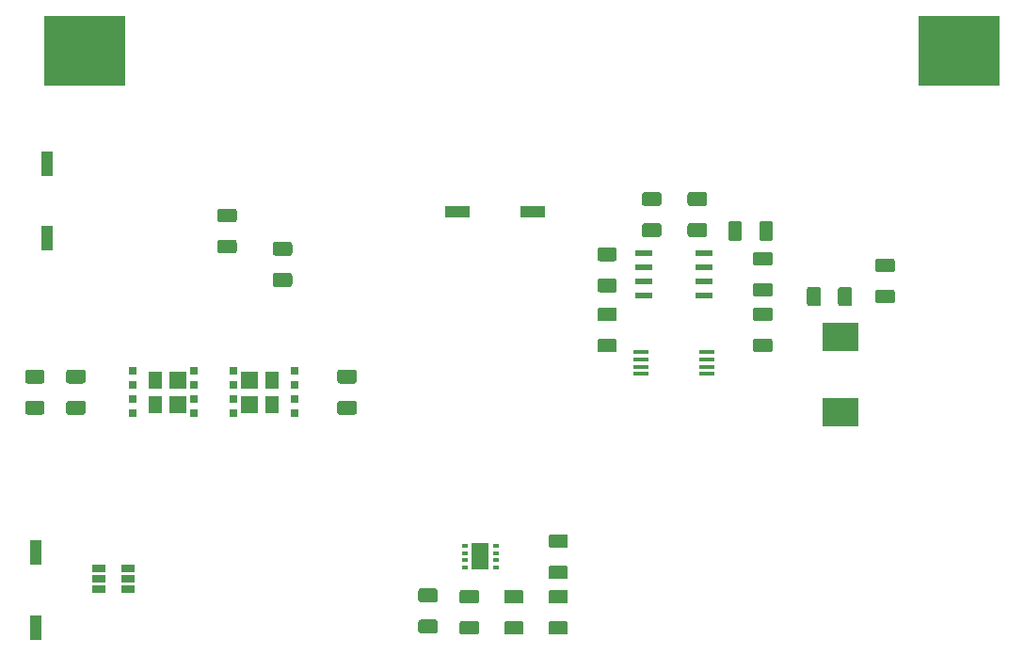
<source format=gbr>
G04 #@! TF.GenerationSoftware,KiCad,Pcbnew,(5.1.0)-1*
G04 #@! TF.CreationDate,2019-06-21T16:46:35-03:00*
G04 #@! TF.ProjectId,Main,4d61696e-2e6b-4696-9361-645f70636258,rev?*
G04 #@! TF.SameCoordinates,Original*
G04 #@! TF.FileFunction,Paste,Top*
G04 #@! TF.FilePolarity,Positive*
%FSLAX46Y46*%
G04 Gerber Fmt 4.6, Leading zero omitted, Abs format (unit mm)*
G04 Created by KiCad (PCBNEW (5.1.0)-1) date 2019-06-21 16:46:35*
%MOMM*%
%LPD*%
G04 APERTURE LIST*
%ADD10R,7.340000X6.350000*%
%ADD11C,0.100000*%
%ADD12C,1.250000*%
%ADD13R,3.300000X2.500000*%
%ADD14R,1.200000X1.550000*%
%ADD15R,1.600000X1.550000*%
%ADD16R,0.800000X0.700000*%
%ADD17R,1.450000X0.450000*%
%ADD18R,2.160000X1.120000*%
%ADD19R,1.120000X2.160000*%
%ADD20R,1.550000X0.600000*%
%ADD21R,1.220000X0.650000*%
%ADD22R,0.500000X0.350000*%
%ADD23R,1.650000X2.400000*%
G04 APERTURE END LIST*
D10*
X60970000Y-76900000D03*
X139630000Y-76900000D03*
D11*
G36*
X108649504Y-94576204D02*
G01*
X108673773Y-94579804D01*
X108697571Y-94585765D01*
X108720671Y-94594030D01*
X108742849Y-94604520D01*
X108763893Y-94617133D01*
X108783598Y-94631747D01*
X108801777Y-94648223D01*
X108818253Y-94666402D01*
X108832867Y-94686107D01*
X108845480Y-94707151D01*
X108855970Y-94729329D01*
X108864235Y-94752429D01*
X108870196Y-94776227D01*
X108873796Y-94800496D01*
X108875000Y-94825000D01*
X108875000Y-95575000D01*
X108873796Y-95599504D01*
X108870196Y-95623773D01*
X108864235Y-95647571D01*
X108855970Y-95670671D01*
X108845480Y-95692849D01*
X108832867Y-95713893D01*
X108818253Y-95733598D01*
X108801777Y-95751777D01*
X108783598Y-95768253D01*
X108763893Y-95782867D01*
X108742849Y-95795480D01*
X108720671Y-95805970D01*
X108697571Y-95814235D01*
X108673773Y-95820196D01*
X108649504Y-95823796D01*
X108625000Y-95825000D01*
X107375000Y-95825000D01*
X107350496Y-95823796D01*
X107326227Y-95820196D01*
X107302429Y-95814235D01*
X107279329Y-95805970D01*
X107257151Y-95795480D01*
X107236107Y-95782867D01*
X107216402Y-95768253D01*
X107198223Y-95751777D01*
X107181747Y-95733598D01*
X107167133Y-95713893D01*
X107154520Y-95692849D01*
X107144030Y-95670671D01*
X107135765Y-95647571D01*
X107129804Y-95623773D01*
X107126204Y-95599504D01*
X107125000Y-95575000D01*
X107125000Y-94825000D01*
X107126204Y-94800496D01*
X107129804Y-94776227D01*
X107135765Y-94752429D01*
X107144030Y-94729329D01*
X107154520Y-94707151D01*
X107167133Y-94686107D01*
X107181747Y-94666402D01*
X107198223Y-94648223D01*
X107216402Y-94631747D01*
X107236107Y-94617133D01*
X107257151Y-94604520D01*
X107279329Y-94594030D01*
X107302429Y-94585765D01*
X107326227Y-94579804D01*
X107350496Y-94576204D01*
X107375000Y-94575000D01*
X108625000Y-94575000D01*
X108649504Y-94576204D01*
X108649504Y-94576204D01*
G37*
D12*
X108000000Y-95200000D03*
D11*
G36*
X108649504Y-97376204D02*
G01*
X108673773Y-97379804D01*
X108697571Y-97385765D01*
X108720671Y-97394030D01*
X108742849Y-97404520D01*
X108763893Y-97417133D01*
X108783598Y-97431747D01*
X108801777Y-97448223D01*
X108818253Y-97466402D01*
X108832867Y-97486107D01*
X108845480Y-97507151D01*
X108855970Y-97529329D01*
X108864235Y-97552429D01*
X108870196Y-97576227D01*
X108873796Y-97600496D01*
X108875000Y-97625000D01*
X108875000Y-98375000D01*
X108873796Y-98399504D01*
X108870196Y-98423773D01*
X108864235Y-98447571D01*
X108855970Y-98470671D01*
X108845480Y-98492849D01*
X108832867Y-98513893D01*
X108818253Y-98533598D01*
X108801777Y-98551777D01*
X108783598Y-98568253D01*
X108763893Y-98582867D01*
X108742849Y-98595480D01*
X108720671Y-98605970D01*
X108697571Y-98614235D01*
X108673773Y-98620196D01*
X108649504Y-98623796D01*
X108625000Y-98625000D01*
X107375000Y-98625000D01*
X107350496Y-98623796D01*
X107326227Y-98620196D01*
X107302429Y-98614235D01*
X107279329Y-98605970D01*
X107257151Y-98595480D01*
X107236107Y-98582867D01*
X107216402Y-98568253D01*
X107198223Y-98551777D01*
X107181747Y-98533598D01*
X107167133Y-98513893D01*
X107154520Y-98492849D01*
X107144030Y-98470671D01*
X107135765Y-98447571D01*
X107129804Y-98423773D01*
X107126204Y-98399504D01*
X107125000Y-98375000D01*
X107125000Y-97625000D01*
X107126204Y-97600496D01*
X107129804Y-97576227D01*
X107135765Y-97552429D01*
X107144030Y-97529329D01*
X107154520Y-97507151D01*
X107167133Y-97486107D01*
X107181747Y-97466402D01*
X107198223Y-97448223D01*
X107216402Y-97431747D01*
X107236107Y-97417133D01*
X107257151Y-97404520D01*
X107279329Y-97394030D01*
X107302429Y-97385765D01*
X107326227Y-97379804D01*
X107350496Y-97376204D01*
X107375000Y-97375000D01*
X108625000Y-97375000D01*
X108649504Y-97376204D01*
X108649504Y-97376204D01*
G37*
D12*
X108000000Y-98000000D03*
D11*
G36*
X119899504Y-92226204D02*
G01*
X119923773Y-92229804D01*
X119947571Y-92235765D01*
X119970671Y-92244030D01*
X119992849Y-92254520D01*
X120013893Y-92267133D01*
X120033598Y-92281747D01*
X120051777Y-92298223D01*
X120068253Y-92316402D01*
X120082867Y-92336107D01*
X120095480Y-92357151D01*
X120105970Y-92379329D01*
X120114235Y-92402429D01*
X120120196Y-92426227D01*
X120123796Y-92450496D01*
X120125000Y-92475000D01*
X120125000Y-93725000D01*
X120123796Y-93749504D01*
X120120196Y-93773773D01*
X120114235Y-93797571D01*
X120105970Y-93820671D01*
X120095480Y-93842849D01*
X120082867Y-93863893D01*
X120068253Y-93883598D01*
X120051777Y-93901777D01*
X120033598Y-93918253D01*
X120013893Y-93932867D01*
X119992849Y-93945480D01*
X119970671Y-93955970D01*
X119947571Y-93964235D01*
X119923773Y-93970196D01*
X119899504Y-93973796D01*
X119875000Y-93975000D01*
X119125000Y-93975000D01*
X119100496Y-93973796D01*
X119076227Y-93970196D01*
X119052429Y-93964235D01*
X119029329Y-93955970D01*
X119007151Y-93945480D01*
X118986107Y-93932867D01*
X118966402Y-93918253D01*
X118948223Y-93901777D01*
X118931747Y-93883598D01*
X118917133Y-93863893D01*
X118904520Y-93842849D01*
X118894030Y-93820671D01*
X118885765Y-93797571D01*
X118879804Y-93773773D01*
X118876204Y-93749504D01*
X118875000Y-93725000D01*
X118875000Y-92475000D01*
X118876204Y-92450496D01*
X118879804Y-92426227D01*
X118885765Y-92402429D01*
X118894030Y-92379329D01*
X118904520Y-92357151D01*
X118917133Y-92336107D01*
X118931747Y-92316402D01*
X118948223Y-92298223D01*
X118966402Y-92281747D01*
X118986107Y-92267133D01*
X119007151Y-92254520D01*
X119029329Y-92244030D01*
X119052429Y-92235765D01*
X119076227Y-92229804D01*
X119100496Y-92226204D01*
X119125000Y-92225000D01*
X119875000Y-92225000D01*
X119899504Y-92226204D01*
X119899504Y-92226204D01*
G37*
D12*
X119500000Y-93100000D03*
D11*
G36*
X122699504Y-92226204D02*
G01*
X122723773Y-92229804D01*
X122747571Y-92235765D01*
X122770671Y-92244030D01*
X122792849Y-92254520D01*
X122813893Y-92267133D01*
X122833598Y-92281747D01*
X122851777Y-92298223D01*
X122868253Y-92316402D01*
X122882867Y-92336107D01*
X122895480Y-92357151D01*
X122905970Y-92379329D01*
X122914235Y-92402429D01*
X122920196Y-92426227D01*
X122923796Y-92450496D01*
X122925000Y-92475000D01*
X122925000Y-93725000D01*
X122923796Y-93749504D01*
X122920196Y-93773773D01*
X122914235Y-93797571D01*
X122905970Y-93820671D01*
X122895480Y-93842849D01*
X122882867Y-93863893D01*
X122868253Y-93883598D01*
X122851777Y-93901777D01*
X122833598Y-93918253D01*
X122813893Y-93932867D01*
X122792849Y-93945480D01*
X122770671Y-93955970D01*
X122747571Y-93964235D01*
X122723773Y-93970196D01*
X122699504Y-93973796D01*
X122675000Y-93975000D01*
X121925000Y-93975000D01*
X121900496Y-93973796D01*
X121876227Y-93970196D01*
X121852429Y-93964235D01*
X121829329Y-93955970D01*
X121807151Y-93945480D01*
X121786107Y-93932867D01*
X121766402Y-93918253D01*
X121748223Y-93901777D01*
X121731747Y-93883598D01*
X121717133Y-93863893D01*
X121704520Y-93842849D01*
X121694030Y-93820671D01*
X121685765Y-93797571D01*
X121679804Y-93773773D01*
X121676204Y-93749504D01*
X121675000Y-93725000D01*
X121675000Y-92475000D01*
X121676204Y-92450496D01*
X121679804Y-92426227D01*
X121685765Y-92402429D01*
X121694030Y-92379329D01*
X121704520Y-92357151D01*
X121717133Y-92336107D01*
X121731747Y-92316402D01*
X121748223Y-92298223D01*
X121766402Y-92281747D01*
X121786107Y-92267133D01*
X121807151Y-92254520D01*
X121829329Y-92244030D01*
X121852429Y-92235765D01*
X121876227Y-92229804D01*
X121900496Y-92226204D01*
X121925000Y-92225000D01*
X122675000Y-92225000D01*
X122699504Y-92226204D01*
X122699504Y-92226204D01*
G37*
D12*
X122300000Y-93100000D03*
D11*
G36*
X79449504Y-94076204D02*
G01*
X79473773Y-94079804D01*
X79497571Y-94085765D01*
X79520671Y-94094030D01*
X79542849Y-94104520D01*
X79563893Y-94117133D01*
X79583598Y-94131747D01*
X79601777Y-94148223D01*
X79618253Y-94166402D01*
X79632867Y-94186107D01*
X79645480Y-94207151D01*
X79655970Y-94229329D01*
X79664235Y-94252429D01*
X79670196Y-94276227D01*
X79673796Y-94300496D01*
X79675000Y-94325000D01*
X79675000Y-95075000D01*
X79673796Y-95099504D01*
X79670196Y-95123773D01*
X79664235Y-95147571D01*
X79655970Y-95170671D01*
X79645480Y-95192849D01*
X79632867Y-95213893D01*
X79618253Y-95233598D01*
X79601777Y-95251777D01*
X79583598Y-95268253D01*
X79563893Y-95282867D01*
X79542849Y-95295480D01*
X79520671Y-95305970D01*
X79497571Y-95314235D01*
X79473773Y-95320196D01*
X79449504Y-95323796D01*
X79425000Y-95325000D01*
X78175000Y-95325000D01*
X78150496Y-95323796D01*
X78126227Y-95320196D01*
X78102429Y-95314235D01*
X78079329Y-95305970D01*
X78057151Y-95295480D01*
X78036107Y-95282867D01*
X78016402Y-95268253D01*
X77998223Y-95251777D01*
X77981747Y-95233598D01*
X77967133Y-95213893D01*
X77954520Y-95192849D01*
X77944030Y-95170671D01*
X77935765Y-95147571D01*
X77929804Y-95123773D01*
X77926204Y-95099504D01*
X77925000Y-95075000D01*
X77925000Y-94325000D01*
X77926204Y-94300496D01*
X77929804Y-94276227D01*
X77935765Y-94252429D01*
X77944030Y-94229329D01*
X77954520Y-94207151D01*
X77967133Y-94186107D01*
X77981747Y-94166402D01*
X77998223Y-94148223D01*
X78016402Y-94131747D01*
X78036107Y-94117133D01*
X78057151Y-94104520D01*
X78079329Y-94094030D01*
X78102429Y-94085765D01*
X78126227Y-94079804D01*
X78150496Y-94076204D01*
X78175000Y-94075000D01*
X79425000Y-94075000D01*
X79449504Y-94076204D01*
X79449504Y-94076204D01*
G37*
D12*
X78800000Y-94700000D03*
D11*
G36*
X79449504Y-96876204D02*
G01*
X79473773Y-96879804D01*
X79497571Y-96885765D01*
X79520671Y-96894030D01*
X79542849Y-96904520D01*
X79563893Y-96917133D01*
X79583598Y-96931747D01*
X79601777Y-96948223D01*
X79618253Y-96966402D01*
X79632867Y-96986107D01*
X79645480Y-97007151D01*
X79655970Y-97029329D01*
X79664235Y-97052429D01*
X79670196Y-97076227D01*
X79673796Y-97100496D01*
X79675000Y-97125000D01*
X79675000Y-97875000D01*
X79673796Y-97899504D01*
X79670196Y-97923773D01*
X79664235Y-97947571D01*
X79655970Y-97970671D01*
X79645480Y-97992849D01*
X79632867Y-98013893D01*
X79618253Y-98033598D01*
X79601777Y-98051777D01*
X79583598Y-98068253D01*
X79563893Y-98082867D01*
X79542849Y-98095480D01*
X79520671Y-98105970D01*
X79497571Y-98114235D01*
X79473773Y-98120196D01*
X79449504Y-98123796D01*
X79425000Y-98125000D01*
X78175000Y-98125000D01*
X78150496Y-98123796D01*
X78126227Y-98120196D01*
X78102429Y-98114235D01*
X78079329Y-98105970D01*
X78057151Y-98095480D01*
X78036107Y-98082867D01*
X78016402Y-98068253D01*
X77998223Y-98051777D01*
X77981747Y-98033598D01*
X77967133Y-98013893D01*
X77954520Y-97992849D01*
X77944030Y-97970671D01*
X77935765Y-97947571D01*
X77929804Y-97923773D01*
X77926204Y-97899504D01*
X77925000Y-97875000D01*
X77925000Y-97125000D01*
X77926204Y-97100496D01*
X77929804Y-97076227D01*
X77935765Y-97052429D01*
X77944030Y-97029329D01*
X77954520Y-97007151D01*
X77967133Y-96986107D01*
X77981747Y-96966402D01*
X77998223Y-96948223D01*
X78016402Y-96931747D01*
X78036107Y-96917133D01*
X78057151Y-96904520D01*
X78079329Y-96894030D01*
X78102429Y-96885765D01*
X78126227Y-96879804D01*
X78150496Y-96876204D01*
X78175000Y-96875000D01*
X79425000Y-96875000D01*
X79449504Y-96876204D01*
X79449504Y-96876204D01*
G37*
D12*
X78800000Y-97500000D03*
D11*
G36*
X116754505Y-92399205D02*
G01*
X116778774Y-92402805D01*
X116802572Y-92408766D01*
X116825672Y-92417031D01*
X116847850Y-92427521D01*
X116868894Y-92440134D01*
X116888599Y-92454748D01*
X116906778Y-92471224D01*
X116923254Y-92489403D01*
X116937868Y-92509108D01*
X116950481Y-92530152D01*
X116960971Y-92552330D01*
X116969236Y-92575430D01*
X116975197Y-92599228D01*
X116978797Y-92623497D01*
X116980001Y-92648001D01*
X116980001Y-93398001D01*
X116978797Y-93422505D01*
X116975197Y-93446774D01*
X116969236Y-93470572D01*
X116960971Y-93493672D01*
X116950481Y-93515850D01*
X116937868Y-93536894D01*
X116923254Y-93556599D01*
X116906778Y-93574778D01*
X116888599Y-93591254D01*
X116868894Y-93605868D01*
X116847850Y-93618481D01*
X116825672Y-93628971D01*
X116802572Y-93637236D01*
X116778774Y-93643197D01*
X116754505Y-93646797D01*
X116730001Y-93648001D01*
X115480001Y-93648001D01*
X115455497Y-93646797D01*
X115431228Y-93643197D01*
X115407430Y-93637236D01*
X115384330Y-93628971D01*
X115362152Y-93618481D01*
X115341108Y-93605868D01*
X115321403Y-93591254D01*
X115303224Y-93574778D01*
X115286748Y-93556599D01*
X115272134Y-93536894D01*
X115259521Y-93515850D01*
X115249031Y-93493672D01*
X115240766Y-93470572D01*
X115234805Y-93446774D01*
X115231205Y-93422505D01*
X115230001Y-93398001D01*
X115230001Y-92648001D01*
X115231205Y-92623497D01*
X115234805Y-92599228D01*
X115240766Y-92575430D01*
X115249031Y-92552330D01*
X115259521Y-92530152D01*
X115272134Y-92509108D01*
X115286748Y-92489403D01*
X115303224Y-92471224D01*
X115321403Y-92454748D01*
X115341108Y-92440134D01*
X115362152Y-92427521D01*
X115384330Y-92417031D01*
X115407430Y-92408766D01*
X115431228Y-92402805D01*
X115455497Y-92399205D01*
X115480001Y-92398001D01*
X116730001Y-92398001D01*
X116754505Y-92399205D01*
X116754505Y-92399205D01*
G37*
D12*
X116105001Y-93023001D03*
D11*
G36*
X116754505Y-89599205D02*
G01*
X116778774Y-89602805D01*
X116802572Y-89608766D01*
X116825672Y-89617031D01*
X116847850Y-89627521D01*
X116868894Y-89640134D01*
X116888599Y-89654748D01*
X116906778Y-89671224D01*
X116923254Y-89689403D01*
X116937868Y-89709108D01*
X116950481Y-89730152D01*
X116960971Y-89752330D01*
X116969236Y-89775430D01*
X116975197Y-89799228D01*
X116978797Y-89823497D01*
X116980001Y-89848001D01*
X116980001Y-90598001D01*
X116978797Y-90622505D01*
X116975197Y-90646774D01*
X116969236Y-90670572D01*
X116960971Y-90693672D01*
X116950481Y-90715850D01*
X116937868Y-90736894D01*
X116923254Y-90756599D01*
X116906778Y-90774778D01*
X116888599Y-90791254D01*
X116868894Y-90805868D01*
X116847850Y-90818481D01*
X116825672Y-90828971D01*
X116802572Y-90837236D01*
X116778774Y-90843197D01*
X116754505Y-90846797D01*
X116730001Y-90848001D01*
X115480001Y-90848001D01*
X115455497Y-90846797D01*
X115431228Y-90843197D01*
X115407430Y-90837236D01*
X115384330Y-90828971D01*
X115362152Y-90818481D01*
X115341108Y-90805868D01*
X115321403Y-90791254D01*
X115303224Y-90774778D01*
X115286748Y-90756599D01*
X115272134Y-90736894D01*
X115259521Y-90715850D01*
X115249031Y-90693672D01*
X115240766Y-90670572D01*
X115234805Y-90646774D01*
X115231205Y-90622505D01*
X115230001Y-90598001D01*
X115230001Y-89848001D01*
X115231205Y-89823497D01*
X115234805Y-89799228D01*
X115240766Y-89775430D01*
X115249031Y-89752330D01*
X115259521Y-89730152D01*
X115272134Y-89709108D01*
X115286748Y-89689403D01*
X115303224Y-89671224D01*
X115321403Y-89654748D01*
X115341108Y-89640134D01*
X115362152Y-89627521D01*
X115384330Y-89617031D01*
X115407430Y-89608766D01*
X115431228Y-89602805D01*
X115455497Y-89599205D01*
X115480001Y-89598001D01*
X116730001Y-89598001D01*
X116754505Y-89599205D01*
X116754505Y-89599205D01*
G37*
D12*
X116105001Y-90223001D03*
D11*
G36*
X112649504Y-89599205D02*
G01*
X112673773Y-89602805D01*
X112697571Y-89608766D01*
X112720671Y-89617031D01*
X112742849Y-89627521D01*
X112763893Y-89640134D01*
X112783598Y-89654748D01*
X112801777Y-89671224D01*
X112818253Y-89689403D01*
X112832867Y-89709108D01*
X112845480Y-89730152D01*
X112855970Y-89752330D01*
X112864235Y-89775430D01*
X112870196Y-89799228D01*
X112873796Y-89823497D01*
X112875000Y-89848001D01*
X112875000Y-90598001D01*
X112873796Y-90622505D01*
X112870196Y-90646774D01*
X112864235Y-90670572D01*
X112855970Y-90693672D01*
X112845480Y-90715850D01*
X112832867Y-90736894D01*
X112818253Y-90756599D01*
X112801777Y-90774778D01*
X112783598Y-90791254D01*
X112763893Y-90805868D01*
X112742849Y-90818481D01*
X112720671Y-90828971D01*
X112697571Y-90837236D01*
X112673773Y-90843197D01*
X112649504Y-90846797D01*
X112625000Y-90848001D01*
X111375000Y-90848001D01*
X111350496Y-90846797D01*
X111326227Y-90843197D01*
X111302429Y-90837236D01*
X111279329Y-90828971D01*
X111257151Y-90818481D01*
X111236107Y-90805868D01*
X111216402Y-90791254D01*
X111198223Y-90774778D01*
X111181747Y-90756599D01*
X111167133Y-90736894D01*
X111154520Y-90715850D01*
X111144030Y-90693672D01*
X111135765Y-90670572D01*
X111129804Y-90646774D01*
X111126204Y-90622505D01*
X111125000Y-90598001D01*
X111125000Y-89848001D01*
X111126204Y-89823497D01*
X111129804Y-89799228D01*
X111135765Y-89775430D01*
X111144030Y-89752330D01*
X111154520Y-89730152D01*
X111167133Y-89709108D01*
X111181747Y-89689403D01*
X111198223Y-89671224D01*
X111216402Y-89654748D01*
X111236107Y-89640134D01*
X111257151Y-89627521D01*
X111279329Y-89617031D01*
X111302429Y-89608766D01*
X111326227Y-89602805D01*
X111350496Y-89599205D01*
X111375000Y-89598001D01*
X112625000Y-89598001D01*
X112649504Y-89599205D01*
X112649504Y-89599205D01*
G37*
D12*
X112000000Y-90223001D03*
D11*
G36*
X112649504Y-92399205D02*
G01*
X112673773Y-92402805D01*
X112697571Y-92408766D01*
X112720671Y-92417031D01*
X112742849Y-92427521D01*
X112763893Y-92440134D01*
X112783598Y-92454748D01*
X112801777Y-92471224D01*
X112818253Y-92489403D01*
X112832867Y-92509108D01*
X112845480Y-92530152D01*
X112855970Y-92552330D01*
X112864235Y-92575430D01*
X112870196Y-92599228D01*
X112873796Y-92623497D01*
X112875000Y-92648001D01*
X112875000Y-93398001D01*
X112873796Y-93422505D01*
X112870196Y-93446774D01*
X112864235Y-93470572D01*
X112855970Y-93493672D01*
X112845480Y-93515850D01*
X112832867Y-93536894D01*
X112818253Y-93556599D01*
X112801777Y-93574778D01*
X112783598Y-93591254D01*
X112763893Y-93605868D01*
X112742849Y-93618481D01*
X112720671Y-93628971D01*
X112697571Y-93637236D01*
X112673773Y-93643197D01*
X112649504Y-93646797D01*
X112625000Y-93648001D01*
X111375000Y-93648001D01*
X111350496Y-93646797D01*
X111326227Y-93643197D01*
X111302429Y-93637236D01*
X111279329Y-93628971D01*
X111257151Y-93618481D01*
X111236107Y-93605868D01*
X111216402Y-93591254D01*
X111198223Y-93574778D01*
X111181747Y-93556599D01*
X111167133Y-93536894D01*
X111154520Y-93515850D01*
X111144030Y-93493672D01*
X111135765Y-93470572D01*
X111129804Y-93446774D01*
X111126204Y-93422505D01*
X111125000Y-93398001D01*
X111125000Y-92648001D01*
X111126204Y-92623497D01*
X111129804Y-92599228D01*
X111135765Y-92575430D01*
X111144030Y-92552330D01*
X111154520Y-92530152D01*
X111167133Y-92509108D01*
X111181747Y-92489403D01*
X111198223Y-92471224D01*
X111216402Y-92454748D01*
X111236107Y-92440134D01*
X111257151Y-92427521D01*
X111279329Y-92417031D01*
X111302429Y-92408766D01*
X111326227Y-92402805D01*
X111350496Y-92399205D01*
X111375000Y-92398001D01*
X112625000Y-92398001D01*
X112649504Y-92399205D01*
X112649504Y-92399205D01*
G37*
D12*
X112000000Y-93023001D03*
D11*
G36*
X92536503Y-125261205D02*
G01*
X92560772Y-125264805D01*
X92584570Y-125270766D01*
X92607670Y-125279031D01*
X92629848Y-125289521D01*
X92650892Y-125302134D01*
X92670597Y-125316748D01*
X92688776Y-125333224D01*
X92705252Y-125351403D01*
X92719866Y-125371108D01*
X92732479Y-125392152D01*
X92742969Y-125414330D01*
X92751234Y-125437430D01*
X92757195Y-125461228D01*
X92760795Y-125485497D01*
X92761999Y-125510001D01*
X92761999Y-126260001D01*
X92760795Y-126284505D01*
X92757195Y-126308774D01*
X92751234Y-126332572D01*
X92742969Y-126355672D01*
X92732479Y-126377850D01*
X92719866Y-126398894D01*
X92705252Y-126418599D01*
X92688776Y-126436778D01*
X92670597Y-126453254D01*
X92650892Y-126467868D01*
X92629848Y-126480481D01*
X92607670Y-126490971D01*
X92584570Y-126499236D01*
X92560772Y-126505197D01*
X92536503Y-126508797D01*
X92511999Y-126510001D01*
X91261999Y-126510001D01*
X91237495Y-126508797D01*
X91213226Y-126505197D01*
X91189428Y-126499236D01*
X91166328Y-126490971D01*
X91144150Y-126480481D01*
X91123106Y-126467868D01*
X91103401Y-126453254D01*
X91085222Y-126436778D01*
X91068746Y-126418599D01*
X91054132Y-126398894D01*
X91041519Y-126377850D01*
X91031029Y-126355672D01*
X91022764Y-126332572D01*
X91016803Y-126308774D01*
X91013203Y-126284505D01*
X91011999Y-126260001D01*
X91011999Y-125510001D01*
X91013203Y-125485497D01*
X91016803Y-125461228D01*
X91022764Y-125437430D01*
X91031029Y-125414330D01*
X91041519Y-125392152D01*
X91054132Y-125371108D01*
X91068746Y-125351403D01*
X91085222Y-125333224D01*
X91103401Y-125316748D01*
X91123106Y-125302134D01*
X91144150Y-125289521D01*
X91166328Y-125279031D01*
X91189428Y-125270766D01*
X91213226Y-125264805D01*
X91237495Y-125261205D01*
X91261999Y-125260001D01*
X92511999Y-125260001D01*
X92536503Y-125261205D01*
X92536503Y-125261205D01*
G37*
D12*
X91886999Y-125885001D03*
D11*
G36*
X92536503Y-128061205D02*
G01*
X92560772Y-128064805D01*
X92584570Y-128070766D01*
X92607670Y-128079031D01*
X92629848Y-128089521D01*
X92650892Y-128102134D01*
X92670597Y-128116748D01*
X92688776Y-128133224D01*
X92705252Y-128151403D01*
X92719866Y-128171108D01*
X92732479Y-128192152D01*
X92742969Y-128214330D01*
X92751234Y-128237430D01*
X92757195Y-128261228D01*
X92760795Y-128285497D01*
X92761999Y-128310001D01*
X92761999Y-129060001D01*
X92760795Y-129084505D01*
X92757195Y-129108774D01*
X92751234Y-129132572D01*
X92742969Y-129155672D01*
X92732479Y-129177850D01*
X92719866Y-129198894D01*
X92705252Y-129218599D01*
X92688776Y-129236778D01*
X92670597Y-129253254D01*
X92650892Y-129267868D01*
X92629848Y-129280481D01*
X92607670Y-129290971D01*
X92584570Y-129299236D01*
X92560772Y-129305197D01*
X92536503Y-129308797D01*
X92511999Y-129310001D01*
X91261999Y-129310001D01*
X91237495Y-129308797D01*
X91213226Y-129305197D01*
X91189428Y-129299236D01*
X91166328Y-129290971D01*
X91144150Y-129280481D01*
X91123106Y-129267868D01*
X91103401Y-129253254D01*
X91085222Y-129236778D01*
X91068746Y-129218599D01*
X91054132Y-129198894D01*
X91041519Y-129177850D01*
X91031029Y-129155672D01*
X91022764Y-129132572D01*
X91016803Y-129108774D01*
X91013203Y-129084505D01*
X91011999Y-129060001D01*
X91011999Y-128310001D01*
X91013203Y-128285497D01*
X91016803Y-128261228D01*
X91022764Y-128237430D01*
X91031029Y-128214330D01*
X91041519Y-128192152D01*
X91054132Y-128171108D01*
X91068746Y-128151403D01*
X91085222Y-128133224D01*
X91103401Y-128116748D01*
X91123106Y-128102134D01*
X91144150Y-128089521D01*
X91166328Y-128079031D01*
X91189428Y-128070766D01*
X91213226Y-128064805D01*
X91237495Y-128061205D01*
X91261999Y-128060001D01*
X92511999Y-128060001D01*
X92536503Y-128061205D01*
X92536503Y-128061205D01*
G37*
D12*
X91886999Y-128685001D03*
D11*
G36*
X100249504Y-128176204D02*
G01*
X100273773Y-128179804D01*
X100297571Y-128185765D01*
X100320671Y-128194030D01*
X100342849Y-128204520D01*
X100363893Y-128217133D01*
X100383598Y-128231747D01*
X100401777Y-128248223D01*
X100418253Y-128266402D01*
X100432867Y-128286107D01*
X100445480Y-128307151D01*
X100455970Y-128329329D01*
X100464235Y-128352429D01*
X100470196Y-128376227D01*
X100473796Y-128400496D01*
X100475000Y-128425000D01*
X100475000Y-129175000D01*
X100473796Y-129199504D01*
X100470196Y-129223773D01*
X100464235Y-129247571D01*
X100455970Y-129270671D01*
X100445480Y-129292849D01*
X100432867Y-129313893D01*
X100418253Y-129333598D01*
X100401777Y-129351777D01*
X100383598Y-129368253D01*
X100363893Y-129382867D01*
X100342849Y-129395480D01*
X100320671Y-129405970D01*
X100297571Y-129414235D01*
X100273773Y-129420196D01*
X100249504Y-129423796D01*
X100225000Y-129425000D01*
X98975000Y-129425000D01*
X98950496Y-129423796D01*
X98926227Y-129420196D01*
X98902429Y-129414235D01*
X98879329Y-129405970D01*
X98857151Y-129395480D01*
X98836107Y-129382867D01*
X98816402Y-129368253D01*
X98798223Y-129351777D01*
X98781747Y-129333598D01*
X98767133Y-129313893D01*
X98754520Y-129292849D01*
X98744030Y-129270671D01*
X98735765Y-129247571D01*
X98729804Y-129223773D01*
X98726204Y-129199504D01*
X98725000Y-129175000D01*
X98725000Y-128425000D01*
X98726204Y-128400496D01*
X98729804Y-128376227D01*
X98735765Y-128352429D01*
X98744030Y-128329329D01*
X98754520Y-128307151D01*
X98767133Y-128286107D01*
X98781747Y-128266402D01*
X98798223Y-128248223D01*
X98816402Y-128231747D01*
X98836107Y-128217133D01*
X98857151Y-128204520D01*
X98879329Y-128194030D01*
X98902429Y-128185765D01*
X98926227Y-128179804D01*
X98950496Y-128176204D01*
X98975000Y-128175000D01*
X100225000Y-128175000D01*
X100249504Y-128176204D01*
X100249504Y-128176204D01*
G37*
D12*
X99600000Y-128800000D03*
D11*
G36*
X100249504Y-125376204D02*
G01*
X100273773Y-125379804D01*
X100297571Y-125385765D01*
X100320671Y-125394030D01*
X100342849Y-125404520D01*
X100363893Y-125417133D01*
X100383598Y-125431747D01*
X100401777Y-125448223D01*
X100418253Y-125466402D01*
X100432867Y-125486107D01*
X100445480Y-125507151D01*
X100455970Y-125529329D01*
X100464235Y-125552429D01*
X100470196Y-125576227D01*
X100473796Y-125600496D01*
X100475000Y-125625000D01*
X100475000Y-126375000D01*
X100473796Y-126399504D01*
X100470196Y-126423773D01*
X100464235Y-126447571D01*
X100455970Y-126470671D01*
X100445480Y-126492849D01*
X100432867Y-126513893D01*
X100418253Y-126533598D01*
X100401777Y-126551777D01*
X100383598Y-126568253D01*
X100363893Y-126582867D01*
X100342849Y-126595480D01*
X100320671Y-126605970D01*
X100297571Y-126614235D01*
X100273773Y-126620196D01*
X100249504Y-126623796D01*
X100225000Y-126625000D01*
X98975000Y-126625000D01*
X98950496Y-126623796D01*
X98926227Y-126620196D01*
X98902429Y-126614235D01*
X98879329Y-126605970D01*
X98857151Y-126595480D01*
X98836107Y-126582867D01*
X98816402Y-126568253D01*
X98798223Y-126551777D01*
X98781747Y-126533598D01*
X98767133Y-126513893D01*
X98754520Y-126492849D01*
X98744030Y-126470671D01*
X98735765Y-126447571D01*
X98729804Y-126423773D01*
X98726204Y-126399504D01*
X98725000Y-126375000D01*
X98725000Y-125625000D01*
X98726204Y-125600496D01*
X98729804Y-125576227D01*
X98735765Y-125552429D01*
X98744030Y-125529329D01*
X98754520Y-125507151D01*
X98767133Y-125486107D01*
X98781747Y-125466402D01*
X98798223Y-125448223D01*
X98816402Y-125431747D01*
X98836107Y-125417133D01*
X98857151Y-125404520D01*
X98879329Y-125394030D01*
X98902429Y-125385765D01*
X98926227Y-125379804D01*
X98950496Y-125376204D01*
X98975000Y-125375000D01*
X100225000Y-125375000D01*
X100249504Y-125376204D01*
X100249504Y-125376204D01*
G37*
D12*
X99600000Y-126000000D03*
D11*
G36*
X129799504Y-98126204D02*
G01*
X129823773Y-98129804D01*
X129847571Y-98135765D01*
X129870671Y-98144030D01*
X129892849Y-98154520D01*
X129913893Y-98167133D01*
X129933598Y-98181747D01*
X129951777Y-98198223D01*
X129968253Y-98216402D01*
X129982867Y-98236107D01*
X129995480Y-98257151D01*
X130005970Y-98279329D01*
X130014235Y-98302429D01*
X130020196Y-98326227D01*
X130023796Y-98350496D01*
X130025000Y-98375000D01*
X130025000Y-99625000D01*
X130023796Y-99649504D01*
X130020196Y-99673773D01*
X130014235Y-99697571D01*
X130005970Y-99720671D01*
X129995480Y-99742849D01*
X129982867Y-99763893D01*
X129968253Y-99783598D01*
X129951777Y-99801777D01*
X129933598Y-99818253D01*
X129913893Y-99832867D01*
X129892849Y-99845480D01*
X129870671Y-99855970D01*
X129847571Y-99864235D01*
X129823773Y-99870196D01*
X129799504Y-99873796D01*
X129775000Y-99875000D01*
X129025000Y-99875000D01*
X129000496Y-99873796D01*
X128976227Y-99870196D01*
X128952429Y-99864235D01*
X128929329Y-99855970D01*
X128907151Y-99845480D01*
X128886107Y-99832867D01*
X128866402Y-99818253D01*
X128848223Y-99801777D01*
X128831747Y-99783598D01*
X128817133Y-99763893D01*
X128804520Y-99742849D01*
X128794030Y-99720671D01*
X128785765Y-99697571D01*
X128779804Y-99673773D01*
X128776204Y-99649504D01*
X128775000Y-99625000D01*
X128775000Y-98375000D01*
X128776204Y-98350496D01*
X128779804Y-98326227D01*
X128785765Y-98302429D01*
X128794030Y-98279329D01*
X128804520Y-98257151D01*
X128817133Y-98236107D01*
X128831747Y-98216402D01*
X128848223Y-98198223D01*
X128866402Y-98181747D01*
X128886107Y-98167133D01*
X128907151Y-98154520D01*
X128929329Y-98144030D01*
X128952429Y-98135765D01*
X128976227Y-98129804D01*
X129000496Y-98126204D01*
X129025000Y-98125000D01*
X129775000Y-98125000D01*
X129799504Y-98126204D01*
X129799504Y-98126204D01*
G37*
D12*
X129400000Y-99000000D03*
D11*
G36*
X126999504Y-98126204D02*
G01*
X127023773Y-98129804D01*
X127047571Y-98135765D01*
X127070671Y-98144030D01*
X127092849Y-98154520D01*
X127113893Y-98167133D01*
X127133598Y-98181747D01*
X127151777Y-98198223D01*
X127168253Y-98216402D01*
X127182867Y-98236107D01*
X127195480Y-98257151D01*
X127205970Y-98279329D01*
X127214235Y-98302429D01*
X127220196Y-98326227D01*
X127223796Y-98350496D01*
X127225000Y-98375000D01*
X127225000Y-99625000D01*
X127223796Y-99649504D01*
X127220196Y-99673773D01*
X127214235Y-99697571D01*
X127205970Y-99720671D01*
X127195480Y-99742849D01*
X127182867Y-99763893D01*
X127168253Y-99783598D01*
X127151777Y-99801777D01*
X127133598Y-99818253D01*
X127113893Y-99832867D01*
X127092849Y-99845480D01*
X127070671Y-99855970D01*
X127047571Y-99864235D01*
X127023773Y-99870196D01*
X126999504Y-99873796D01*
X126975000Y-99875000D01*
X126225000Y-99875000D01*
X126200496Y-99873796D01*
X126176227Y-99870196D01*
X126152429Y-99864235D01*
X126129329Y-99855970D01*
X126107151Y-99845480D01*
X126086107Y-99832867D01*
X126066402Y-99818253D01*
X126048223Y-99801777D01*
X126031747Y-99783598D01*
X126017133Y-99763893D01*
X126004520Y-99742849D01*
X125994030Y-99720671D01*
X125985765Y-99697571D01*
X125979804Y-99673773D01*
X125976204Y-99649504D01*
X125975000Y-99625000D01*
X125975000Y-98375000D01*
X125976204Y-98350496D01*
X125979804Y-98326227D01*
X125985765Y-98302429D01*
X125994030Y-98279329D01*
X126004520Y-98257151D01*
X126017133Y-98236107D01*
X126031747Y-98216402D01*
X126048223Y-98198223D01*
X126066402Y-98181747D01*
X126086107Y-98167133D01*
X126107151Y-98154520D01*
X126129329Y-98144030D01*
X126152429Y-98135765D01*
X126176227Y-98129804D01*
X126200496Y-98126204D01*
X126225000Y-98125000D01*
X126975000Y-98125000D01*
X126999504Y-98126204D01*
X126999504Y-98126204D01*
G37*
D12*
X126600000Y-99000000D03*
D13*
X129000000Y-102600000D03*
X129000000Y-109400000D03*
D11*
G36*
X104249504Y-128176204D02*
G01*
X104273773Y-128179804D01*
X104297571Y-128185765D01*
X104320671Y-128194030D01*
X104342849Y-128204520D01*
X104363893Y-128217133D01*
X104383598Y-128231747D01*
X104401777Y-128248223D01*
X104418253Y-128266402D01*
X104432867Y-128286107D01*
X104445480Y-128307151D01*
X104455970Y-128329329D01*
X104464235Y-128352429D01*
X104470196Y-128376227D01*
X104473796Y-128400496D01*
X104475000Y-128425000D01*
X104475000Y-129175000D01*
X104473796Y-129199504D01*
X104470196Y-129223773D01*
X104464235Y-129247571D01*
X104455970Y-129270671D01*
X104445480Y-129292849D01*
X104432867Y-129313893D01*
X104418253Y-129333598D01*
X104401777Y-129351777D01*
X104383598Y-129368253D01*
X104363893Y-129382867D01*
X104342849Y-129395480D01*
X104320671Y-129405970D01*
X104297571Y-129414235D01*
X104273773Y-129420196D01*
X104249504Y-129423796D01*
X104225000Y-129425000D01*
X102975000Y-129425000D01*
X102950496Y-129423796D01*
X102926227Y-129420196D01*
X102902429Y-129414235D01*
X102879329Y-129405970D01*
X102857151Y-129395480D01*
X102836107Y-129382867D01*
X102816402Y-129368253D01*
X102798223Y-129351777D01*
X102781747Y-129333598D01*
X102767133Y-129313893D01*
X102754520Y-129292849D01*
X102744030Y-129270671D01*
X102735765Y-129247571D01*
X102729804Y-129223773D01*
X102726204Y-129199504D01*
X102725000Y-129175000D01*
X102725000Y-128425000D01*
X102726204Y-128400496D01*
X102729804Y-128376227D01*
X102735765Y-128352429D01*
X102744030Y-128329329D01*
X102754520Y-128307151D01*
X102767133Y-128286107D01*
X102781747Y-128266402D01*
X102798223Y-128248223D01*
X102816402Y-128231747D01*
X102836107Y-128217133D01*
X102857151Y-128204520D01*
X102879329Y-128194030D01*
X102902429Y-128185765D01*
X102926227Y-128179804D01*
X102950496Y-128176204D01*
X102975000Y-128175000D01*
X104225000Y-128175000D01*
X104249504Y-128176204D01*
X104249504Y-128176204D01*
G37*
D12*
X103600000Y-128800000D03*
D11*
G36*
X104249504Y-125376204D02*
G01*
X104273773Y-125379804D01*
X104297571Y-125385765D01*
X104320671Y-125394030D01*
X104342849Y-125404520D01*
X104363893Y-125417133D01*
X104383598Y-125431747D01*
X104401777Y-125448223D01*
X104418253Y-125466402D01*
X104432867Y-125486107D01*
X104445480Y-125507151D01*
X104455970Y-125529329D01*
X104464235Y-125552429D01*
X104470196Y-125576227D01*
X104473796Y-125600496D01*
X104475000Y-125625000D01*
X104475000Y-126375000D01*
X104473796Y-126399504D01*
X104470196Y-126423773D01*
X104464235Y-126447571D01*
X104455970Y-126470671D01*
X104445480Y-126492849D01*
X104432867Y-126513893D01*
X104418253Y-126533598D01*
X104401777Y-126551777D01*
X104383598Y-126568253D01*
X104363893Y-126582867D01*
X104342849Y-126595480D01*
X104320671Y-126605970D01*
X104297571Y-126614235D01*
X104273773Y-126620196D01*
X104249504Y-126623796D01*
X104225000Y-126625000D01*
X102975000Y-126625000D01*
X102950496Y-126623796D01*
X102926227Y-126620196D01*
X102902429Y-126614235D01*
X102879329Y-126605970D01*
X102857151Y-126595480D01*
X102836107Y-126582867D01*
X102816402Y-126568253D01*
X102798223Y-126551777D01*
X102781747Y-126533598D01*
X102767133Y-126513893D01*
X102754520Y-126492849D01*
X102744030Y-126470671D01*
X102735765Y-126447571D01*
X102729804Y-126423773D01*
X102726204Y-126399504D01*
X102725000Y-126375000D01*
X102725000Y-125625000D01*
X102726204Y-125600496D01*
X102729804Y-125576227D01*
X102735765Y-125552429D01*
X102744030Y-125529329D01*
X102754520Y-125507151D01*
X102767133Y-125486107D01*
X102781747Y-125466402D01*
X102798223Y-125448223D01*
X102816402Y-125431747D01*
X102836107Y-125417133D01*
X102857151Y-125404520D01*
X102879329Y-125394030D01*
X102902429Y-125385765D01*
X102926227Y-125379804D01*
X102950496Y-125376204D01*
X102975000Y-125375000D01*
X104225000Y-125375000D01*
X104249504Y-125376204D01*
X104249504Y-125376204D01*
G37*
D12*
X103600000Y-126000000D03*
D11*
G36*
X122649504Y-102776204D02*
G01*
X122673773Y-102779804D01*
X122697571Y-102785765D01*
X122720671Y-102794030D01*
X122742849Y-102804520D01*
X122763893Y-102817133D01*
X122783598Y-102831747D01*
X122801777Y-102848223D01*
X122818253Y-102866402D01*
X122832867Y-102886107D01*
X122845480Y-102907151D01*
X122855970Y-102929329D01*
X122864235Y-102952429D01*
X122870196Y-102976227D01*
X122873796Y-103000496D01*
X122875000Y-103025000D01*
X122875000Y-103775000D01*
X122873796Y-103799504D01*
X122870196Y-103823773D01*
X122864235Y-103847571D01*
X122855970Y-103870671D01*
X122845480Y-103892849D01*
X122832867Y-103913893D01*
X122818253Y-103933598D01*
X122801777Y-103951777D01*
X122783598Y-103968253D01*
X122763893Y-103982867D01*
X122742849Y-103995480D01*
X122720671Y-104005970D01*
X122697571Y-104014235D01*
X122673773Y-104020196D01*
X122649504Y-104023796D01*
X122625000Y-104025000D01*
X121375000Y-104025000D01*
X121350496Y-104023796D01*
X121326227Y-104020196D01*
X121302429Y-104014235D01*
X121279329Y-104005970D01*
X121257151Y-103995480D01*
X121236107Y-103982867D01*
X121216402Y-103968253D01*
X121198223Y-103951777D01*
X121181747Y-103933598D01*
X121167133Y-103913893D01*
X121154520Y-103892849D01*
X121144030Y-103870671D01*
X121135765Y-103847571D01*
X121129804Y-103823773D01*
X121126204Y-103799504D01*
X121125000Y-103775000D01*
X121125000Y-103025000D01*
X121126204Y-103000496D01*
X121129804Y-102976227D01*
X121135765Y-102952429D01*
X121144030Y-102929329D01*
X121154520Y-102907151D01*
X121167133Y-102886107D01*
X121181747Y-102866402D01*
X121198223Y-102848223D01*
X121216402Y-102831747D01*
X121236107Y-102817133D01*
X121257151Y-102804520D01*
X121279329Y-102794030D01*
X121302429Y-102785765D01*
X121326227Y-102779804D01*
X121350496Y-102776204D01*
X121375000Y-102775000D01*
X122625000Y-102775000D01*
X122649504Y-102776204D01*
X122649504Y-102776204D01*
G37*
D12*
X122000000Y-103400000D03*
D11*
G36*
X122649504Y-99976204D02*
G01*
X122673773Y-99979804D01*
X122697571Y-99985765D01*
X122720671Y-99994030D01*
X122742849Y-100004520D01*
X122763893Y-100017133D01*
X122783598Y-100031747D01*
X122801777Y-100048223D01*
X122818253Y-100066402D01*
X122832867Y-100086107D01*
X122845480Y-100107151D01*
X122855970Y-100129329D01*
X122864235Y-100152429D01*
X122870196Y-100176227D01*
X122873796Y-100200496D01*
X122875000Y-100225000D01*
X122875000Y-100975000D01*
X122873796Y-100999504D01*
X122870196Y-101023773D01*
X122864235Y-101047571D01*
X122855970Y-101070671D01*
X122845480Y-101092849D01*
X122832867Y-101113893D01*
X122818253Y-101133598D01*
X122801777Y-101151777D01*
X122783598Y-101168253D01*
X122763893Y-101182867D01*
X122742849Y-101195480D01*
X122720671Y-101205970D01*
X122697571Y-101214235D01*
X122673773Y-101220196D01*
X122649504Y-101223796D01*
X122625000Y-101225000D01*
X121375000Y-101225000D01*
X121350496Y-101223796D01*
X121326227Y-101220196D01*
X121302429Y-101214235D01*
X121279329Y-101205970D01*
X121257151Y-101195480D01*
X121236107Y-101182867D01*
X121216402Y-101168253D01*
X121198223Y-101151777D01*
X121181747Y-101133598D01*
X121167133Y-101113893D01*
X121154520Y-101092849D01*
X121144030Y-101070671D01*
X121135765Y-101047571D01*
X121129804Y-101023773D01*
X121126204Y-100999504D01*
X121125000Y-100975000D01*
X121125000Y-100225000D01*
X121126204Y-100200496D01*
X121129804Y-100176227D01*
X121135765Y-100152429D01*
X121144030Y-100129329D01*
X121154520Y-100107151D01*
X121167133Y-100086107D01*
X121181747Y-100066402D01*
X121198223Y-100048223D01*
X121216402Y-100031747D01*
X121236107Y-100017133D01*
X121257151Y-100004520D01*
X121279329Y-99994030D01*
X121302429Y-99985765D01*
X121326227Y-99979804D01*
X121350496Y-99976204D01*
X121375000Y-99975000D01*
X122625000Y-99975000D01*
X122649504Y-99976204D01*
X122649504Y-99976204D01*
G37*
D12*
X122000000Y-100600000D03*
D14*
X67350000Y-108690000D03*
X67350000Y-106510000D03*
D15*
X69350000Y-108690000D03*
X69350000Y-106510000D03*
D16*
X70850000Y-105690000D03*
X70850000Y-106960000D03*
X70850000Y-108240000D03*
X70850000Y-109510000D03*
X65350000Y-109510000D03*
X65350000Y-108240000D03*
X65350000Y-106960000D03*
X65350000Y-105690000D03*
X79850000Y-109510000D03*
X79850000Y-108240000D03*
X79850000Y-106960000D03*
X79850000Y-105690000D03*
X74350000Y-105690000D03*
X74350000Y-106960000D03*
X74350000Y-108240000D03*
X74350000Y-109510000D03*
D15*
X75850000Y-108690000D03*
X75850000Y-106510000D03*
D14*
X77850000Y-108690000D03*
X77850000Y-106510000D03*
D17*
X111050000Y-104025000D03*
X111050000Y-104675000D03*
X111050000Y-105325000D03*
X111050000Y-105975000D03*
X116950000Y-105975000D03*
X116950000Y-105325000D03*
X116950000Y-104675000D03*
X116950000Y-104025000D03*
D11*
G36*
X133649504Y-95576204D02*
G01*
X133673773Y-95579804D01*
X133697571Y-95585765D01*
X133720671Y-95594030D01*
X133742849Y-95604520D01*
X133763893Y-95617133D01*
X133783598Y-95631747D01*
X133801777Y-95648223D01*
X133818253Y-95666402D01*
X133832867Y-95686107D01*
X133845480Y-95707151D01*
X133855970Y-95729329D01*
X133864235Y-95752429D01*
X133870196Y-95776227D01*
X133873796Y-95800496D01*
X133875000Y-95825000D01*
X133875000Y-96575000D01*
X133873796Y-96599504D01*
X133870196Y-96623773D01*
X133864235Y-96647571D01*
X133855970Y-96670671D01*
X133845480Y-96692849D01*
X133832867Y-96713893D01*
X133818253Y-96733598D01*
X133801777Y-96751777D01*
X133783598Y-96768253D01*
X133763893Y-96782867D01*
X133742849Y-96795480D01*
X133720671Y-96805970D01*
X133697571Y-96814235D01*
X133673773Y-96820196D01*
X133649504Y-96823796D01*
X133625000Y-96825000D01*
X132375000Y-96825000D01*
X132350496Y-96823796D01*
X132326227Y-96820196D01*
X132302429Y-96814235D01*
X132279329Y-96805970D01*
X132257151Y-96795480D01*
X132236107Y-96782867D01*
X132216402Y-96768253D01*
X132198223Y-96751777D01*
X132181747Y-96733598D01*
X132167133Y-96713893D01*
X132154520Y-96692849D01*
X132144030Y-96670671D01*
X132135765Y-96647571D01*
X132129804Y-96623773D01*
X132126204Y-96599504D01*
X132125000Y-96575000D01*
X132125000Y-95825000D01*
X132126204Y-95800496D01*
X132129804Y-95776227D01*
X132135765Y-95752429D01*
X132144030Y-95729329D01*
X132154520Y-95707151D01*
X132167133Y-95686107D01*
X132181747Y-95666402D01*
X132198223Y-95648223D01*
X132216402Y-95631747D01*
X132236107Y-95617133D01*
X132257151Y-95604520D01*
X132279329Y-95594030D01*
X132302429Y-95585765D01*
X132326227Y-95579804D01*
X132350496Y-95576204D01*
X132375000Y-95575000D01*
X133625000Y-95575000D01*
X133649504Y-95576204D01*
X133649504Y-95576204D01*
G37*
D12*
X133000000Y-96200000D03*
D11*
G36*
X133649504Y-98376204D02*
G01*
X133673773Y-98379804D01*
X133697571Y-98385765D01*
X133720671Y-98394030D01*
X133742849Y-98404520D01*
X133763893Y-98417133D01*
X133783598Y-98431747D01*
X133801777Y-98448223D01*
X133818253Y-98466402D01*
X133832867Y-98486107D01*
X133845480Y-98507151D01*
X133855970Y-98529329D01*
X133864235Y-98552429D01*
X133870196Y-98576227D01*
X133873796Y-98600496D01*
X133875000Y-98625000D01*
X133875000Y-99375000D01*
X133873796Y-99399504D01*
X133870196Y-99423773D01*
X133864235Y-99447571D01*
X133855970Y-99470671D01*
X133845480Y-99492849D01*
X133832867Y-99513893D01*
X133818253Y-99533598D01*
X133801777Y-99551777D01*
X133783598Y-99568253D01*
X133763893Y-99582867D01*
X133742849Y-99595480D01*
X133720671Y-99605970D01*
X133697571Y-99614235D01*
X133673773Y-99620196D01*
X133649504Y-99623796D01*
X133625000Y-99625000D01*
X132375000Y-99625000D01*
X132350496Y-99623796D01*
X132326227Y-99620196D01*
X132302429Y-99614235D01*
X132279329Y-99605970D01*
X132257151Y-99595480D01*
X132236107Y-99582867D01*
X132216402Y-99568253D01*
X132198223Y-99551777D01*
X132181747Y-99533598D01*
X132167133Y-99513893D01*
X132154520Y-99492849D01*
X132144030Y-99470671D01*
X132135765Y-99447571D01*
X132129804Y-99423773D01*
X132126204Y-99399504D01*
X132125000Y-99375000D01*
X132125000Y-98625000D01*
X132126204Y-98600496D01*
X132129804Y-98576227D01*
X132135765Y-98552429D01*
X132144030Y-98529329D01*
X132154520Y-98507151D01*
X132167133Y-98486107D01*
X132181747Y-98466402D01*
X132198223Y-98448223D01*
X132216402Y-98431747D01*
X132236107Y-98417133D01*
X132257151Y-98404520D01*
X132279329Y-98394030D01*
X132302429Y-98385765D01*
X132326227Y-98379804D01*
X132350496Y-98376204D01*
X132375000Y-98375000D01*
X133625000Y-98375000D01*
X133649504Y-98376204D01*
X133649504Y-98376204D01*
G37*
D12*
X133000000Y-99000000D03*
D11*
G36*
X108649504Y-99976204D02*
G01*
X108673773Y-99979804D01*
X108697571Y-99985765D01*
X108720671Y-99994030D01*
X108742849Y-100004520D01*
X108763893Y-100017133D01*
X108783598Y-100031747D01*
X108801777Y-100048223D01*
X108818253Y-100066402D01*
X108832867Y-100086107D01*
X108845480Y-100107151D01*
X108855970Y-100129329D01*
X108864235Y-100152429D01*
X108870196Y-100176227D01*
X108873796Y-100200496D01*
X108875000Y-100225000D01*
X108875000Y-100975000D01*
X108873796Y-100999504D01*
X108870196Y-101023773D01*
X108864235Y-101047571D01*
X108855970Y-101070671D01*
X108845480Y-101092849D01*
X108832867Y-101113893D01*
X108818253Y-101133598D01*
X108801777Y-101151777D01*
X108783598Y-101168253D01*
X108763893Y-101182867D01*
X108742849Y-101195480D01*
X108720671Y-101205970D01*
X108697571Y-101214235D01*
X108673773Y-101220196D01*
X108649504Y-101223796D01*
X108625000Y-101225000D01*
X107375000Y-101225000D01*
X107350496Y-101223796D01*
X107326227Y-101220196D01*
X107302429Y-101214235D01*
X107279329Y-101205970D01*
X107257151Y-101195480D01*
X107236107Y-101182867D01*
X107216402Y-101168253D01*
X107198223Y-101151777D01*
X107181747Y-101133598D01*
X107167133Y-101113893D01*
X107154520Y-101092849D01*
X107144030Y-101070671D01*
X107135765Y-101047571D01*
X107129804Y-101023773D01*
X107126204Y-100999504D01*
X107125000Y-100975000D01*
X107125000Y-100225000D01*
X107126204Y-100200496D01*
X107129804Y-100176227D01*
X107135765Y-100152429D01*
X107144030Y-100129329D01*
X107154520Y-100107151D01*
X107167133Y-100086107D01*
X107181747Y-100066402D01*
X107198223Y-100048223D01*
X107216402Y-100031747D01*
X107236107Y-100017133D01*
X107257151Y-100004520D01*
X107279329Y-99994030D01*
X107302429Y-99985765D01*
X107326227Y-99979804D01*
X107350496Y-99976204D01*
X107375000Y-99975000D01*
X108625000Y-99975000D01*
X108649504Y-99976204D01*
X108649504Y-99976204D01*
G37*
D12*
X108000000Y-100600000D03*
D11*
G36*
X108649504Y-102776204D02*
G01*
X108673773Y-102779804D01*
X108697571Y-102785765D01*
X108720671Y-102794030D01*
X108742849Y-102804520D01*
X108763893Y-102817133D01*
X108783598Y-102831747D01*
X108801777Y-102848223D01*
X108818253Y-102866402D01*
X108832867Y-102886107D01*
X108845480Y-102907151D01*
X108855970Y-102929329D01*
X108864235Y-102952429D01*
X108870196Y-102976227D01*
X108873796Y-103000496D01*
X108875000Y-103025000D01*
X108875000Y-103775000D01*
X108873796Y-103799504D01*
X108870196Y-103823773D01*
X108864235Y-103847571D01*
X108855970Y-103870671D01*
X108845480Y-103892849D01*
X108832867Y-103913893D01*
X108818253Y-103933598D01*
X108801777Y-103951777D01*
X108783598Y-103968253D01*
X108763893Y-103982867D01*
X108742849Y-103995480D01*
X108720671Y-104005970D01*
X108697571Y-104014235D01*
X108673773Y-104020196D01*
X108649504Y-104023796D01*
X108625000Y-104025000D01*
X107375000Y-104025000D01*
X107350496Y-104023796D01*
X107326227Y-104020196D01*
X107302429Y-104014235D01*
X107279329Y-104005970D01*
X107257151Y-103995480D01*
X107236107Y-103982867D01*
X107216402Y-103968253D01*
X107198223Y-103951777D01*
X107181747Y-103933598D01*
X107167133Y-103913893D01*
X107154520Y-103892849D01*
X107144030Y-103870671D01*
X107135765Y-103847571D01*
X107129804Y-103823773D01*
X107126204Y-103799504D01*
X107125000Y-103775000D01*
X107125000Y-103025000D01*
X107126204Y-103000496D01*
X107129804Y-102976227D01*
X107135765Y-102952429D01*
X107144030Y-102929329D01*
X107154520Y-102907151D01*
X107167133Y-102886107D01*
X107181747Y-102866402D01*
X107198223Y-102848223D01*
X107216402Y-102831747D01*
X107236107Y-102817133D01*
X107257151Y-102804520D01*
X107279329Y-102794030D01*
X107302429Y-102785765D01*
X107326227Y-102779804D01*
X107350496Y-102776204D01*
X107375000Y-102775000D01*
X108625000Y-102775000D01*
X108649504Y-102776204D01*
X108649504Y-102776204D01*
G37*
D12*
X108000000Y-103400000D03*
D11*
G36*
X60849504Y-108376204D02*
G01*
X60873773Y-108379804D01*
X60897571Y-108385765D01*
X60920671Y-108394030D01*
X60942849Y-108404520D01*
X60963893Y-108417133D01*
X60983598Y-108431747D01*
X61001777Y-108448223D01*
X61018253Y-108466402D01*
X61032867Y-108486107D01*
X61045480Y-108507151D01*
X61055970Y-108529329D01*
X61064235Y-108552429D01*
X61070196Y-108576227D01*
X61073796Y-108600496D01*
X61075000Y-108625000D01*
X61075000Y-109375000D01*
X61073796Y-109399504D01*
X61070196Y-109423773D01*
X61064235Y-109447571D01*
X61055970Y-109470671D01*
X61045480Y-109492849D01*
X61032867Y-109513893D01*
X61018253Y-109533598D01*
X61001777Y-109551777D01*
X60983598Y-109568253D01*
X60963893Y-109582867D01*
X60942849Y-109595480D01*
X60920671Y-109605970D01*
X60897571Y-109614235D01*
X60873773Y-109620196D01*
X60849504Y-109623796D01*
X60825000Y-109625000D01*
X59575000Y-109625000D01*
X59550496Y-109623796D01*
X59526227Y-109620196D01*
X59502429Y-109614235D01*
X59479329Y-109605970D01*
X59457151Y-109595480D01*
X59436107Y-109582867D01*
X59416402Y-109568253D01*
X59398223Y-109551777D01*
X59381747Y-109533598D01*
X59367133Y-109513893D01*
X59354520Y-109492849D01*
X59344030Y-109470671D01*
X59335765Y-109447571D01*
X59329804Y-109423773D01*
X59326204Y-109399504D01*
X59325000Y-109375000D01*
X59325000Y-108625000D01*
X59326204Y-108600496D01*
X59329804Y-108576227D01*
X59335765Y-108552429D01*
X59344030Y-108529329D01*
X59354520Y-108507151D01*
X59367133Y-108486107D01*
X59381747Y-108466402D01*
X59398223Y-108448223D01*
X59416402Y-108431747D01*
X59436107Y-108417133D01*
X59457151Y-108404520D01*
X59479329Y-108394030D01*
X59502429Y-108385765D01*
X59526227Y-108379804D01*
X59550496Y-108376204D01*
X59575000Y-108375000D01*
X60825000Y-108375000D01*
X60849504Y-108376204D01*
X60849504Y-108376204D01*
G37*
D12*
X60200000Y-109000000D03*
D11*
G36*
X60849504Y-105576204D02*
G01*
X60873773Y-105579804D01*
X60897571Y-105585765D01*
X60920671Y-105594030D01*
X60942849Y-105604520D01*
X60963893Y-105617133D01*
X60983598Y-105631747D01*
X61001777Y-105648223D01*
X61018253Y-105666402D01*
X61032867Y-105686107D01*
X61045480Y-105707151D01*
X61055970Y-105729329D01*
X61064235Y-105752429D01*
X61070196Y-105776227D01*
X61073796Y-105800496D01*
X61075000Y-105825000D01*
X61075000Y-106575000D01*
X61073796Y-106599504D01*
X61070196Y-106623773D01*
X61064235Y-106647571D01*
X61055970Y-106670671D01*
X61045480Y-106692849D01*
X61032867Y-106713893D01*
X61018253Y-106733598D01*
X61001777Y-106751777D01*
X60983598Y-106768253D01*
X60963893Y-106782867D01*
X60942849Y-106795480D01*
X60920671Y-106805970D01*
X60897571Y-106814235D01*
X60873773Y-106820196D01*
X60849504Y-106823796D01*
X60825000Y-106825000D01*
X59575000Y-106825000D01*
X59550496Y-106823796D01*
X59526227Y-106820196D01*
X59502429Y-106814235D01*
X59479329Y-106805970D01*
X59457151Y-106795480D01*
X59436107Y-106782867D01*
X59416402Y-106768253D01*
X59398223Y-106751777D01*
X59381747Y-106733598D01*
X59367133Y-106713893D01*
X59354520Y-106692849D01*
X59344030Y-106670671D01*
X59335765Y-106647571D01*
X59329804Y-106623773D01*
X59326204Y-106599504D01*
X59325000Y-106575000D01*
X59325000Y-105825000D01*
X59326204Y-105800496D01*
X59329804Y-105776227D01*
X59335765Y-105752429D01*
X59344030Y-105729329D01*
X59354520Y-105707151D01*
X59367133Y-105686107D01*
X59381747Y-105666402D01*
X59398223Y-105648223D01*
X59416402Y-105631747D01*
X59436107Y-105617133D01*
X59457151Y-105604520D01*
X59479329Y-105594030D01*
X59502429Y-105585765D01*
X59526227Y-105579804D01*
X59550496Y-105576204D01*
X59575000Y-105575000D01*
X60825000Y-105575000D01*
X60849504Y-105576204D01*
X60849504Y-105576204D01*
G37*
D12*
X60200000Y-106200000D03*
D11*
G36*
X57149504Y-108376204D02*
G01*
X57173773Y-108379804D01*
X57197571Y-108385765D01*
X57220671Y-108394030D01*
X57242849Y-108404520D01*
X57263893Y-108417133D01*
X57283598Y-108431747D01*
X57301777Y-108448223D01*
X57318253Y-108466402D01*
X57332867Y-108486107D01*
X57345480Y-108507151D01*
X57355970Y-108529329D01*
X57364235Y-108552429D01*
X57370196Y-108576227D01*
X57373796Y-108600496D01*
X57375000Y-108625000D01*
X57375000Y-109375000D01*
X57373796Y-109399504D01*
X57370196Y-109423773D01*
X57364235Y-109447571D01*
X57355970Y-109470671D01*
X57345480Y-109492849D01*
X57332867Y-109513893D01*
X57318253Y-109533598D01*
X57301777Y-109551777D01*
X57283598Y-109568253D01*
X57263893Y-109582867D01*
X57242849Y-109595480D01*
X57220671Y-109605970D01*
X57197571Y-109614235D01*
X57173773Y-109620196D01*
X57149504Y-109623796D01*
X57125000Y-109625000D01*
X55875000Y-109625000D01*
X55850496Y-109623796D01*
X55826227Y-109620196D01*
X55802429Y-109614235D01*
X55779329Y-109605970D01*
X55757151Y-109595480D01*
X55736107Y-109582867D01*
X55716402Y-109568253D01*
X55698223Y-109551777D01*
X55681747Y-109533598D01*
X55667133Y-109513893D01*
X55654520Y-109492849D01*
X55644030Y-109470671D01*
X55635765Y-109447571D01*
X55629804Y-109423773D01*
X55626204Y-109399504D01*
X55625000Y-109375000D01*
X55625000Y-108625000D01*
X55626204Y-108600496D01*
X55629804Y-108576227D01*
X55635765Y-108552429D01*
X55644030Y-108529329D01*
X55654520Y-108507151D01*
X55667133Y-108486107D01*
X55681747Y-108466402D01*
X55698223Y-108448223D01*
X55716402Y-108431747D01*
X55736107Y-108417133D01*
X55757151Y-108404520D01*
X55779329Y-108394030D01*
X55802429Y-108385765D01*
X55826227Y-108379804D01*
X55850496Y-108376204D01*
X55875000Y-108375000D01*
X57125000Y-108375000D01*
X57149504Y-108376204D01*
X57149504Y-108376204D01*
G37*
D12*
X56500000Y-109000000D03*
D11*
G36*
X57149504Y-105576204D02*
G01*
X57173773Y-105579804D01*
X57197571Y-105585765D01*
X57220671Y-105594030D01*
X57242849Y-105604520D01*
X57263893Y-105617133D01*
X57283598Y-105631747D01*
X57301777Y-105648223D01*
X57318253Y-105666402D01*
X57332867Y-105686107D01*
X57345480Y-105707151D01*
X57355970Y-105729329D01*
X57364235Y-105752429D01*
X57370196Y-105776227D01*
X57373796Y-105800496D01*
X57375000Y-105825000D01*
X57375000Y-106575000D01*
X57373796Y-106599504D01*
X57370196Y-106623773D01*
X57364235Y-106647571D01*
X57355970Y-106670671D01*
X57345480Y-106692849D01*
X57332867Y-106713893D01*
X57318253Y-106733598D01*
X57301777Y-106751777D01*
X57283598Y-106768253D01*
X57263893Y-106782867D01*
X57242849Y-106795480D01*
X57220671Y-106805970D01*
X57197571Y-106814235D01*
X57173773Y-106820196D01*
X57149504Y-106823796D01*
X57125000Y-106825000D01*
X55875000Y-106825000D01*
X55850496Y-106823796D01*
X55826227Y-106820196D01*
X55802429Y-106814235D01*
X55779329Y-106805970D01*
X55757151Y-106795480D01*
X55736107Y-106782867D01*
X55716402Y-106768253D01*
X55698223Y-106751777D01*
X55681747Y-106733598D01*
X55667133Y-106713893D01*
X55654520Y-106692849D01*
X55644030Y-106670671D01*
X55635765Y-106647571D01*
X55629804Y-106623773D01*
X55626204Y-106599504D01*
X55625000Y-106575000D01*
X55625000Y-105825000D01*
X55626204Y-105800496D01*
X55629804Y-105776227D01*
X55635765Y-105752429D01*
X55644030Y-105729329D01*
X55654520Y-105707151D01*
X55667133Y-105686107D01*
X55681747Y-105666402D01*
X55698223Y-105648223D01*
X55716402Y-105631747D01*
X55736107Y-105617133D01*
X55757151Y-105604520D01*
X55779329Y-105594030D01*
X55802429Y-105585765D01*
X55826227Y-105579804D01*
X55850496Y-105576204D01*
X55875000Y-105575000D01*
X57125000Y-105575000D01*
X57149504Y-105576204D01*
X57149504Y-105576204D01*
G37*
D12*
X56500000Y-106200000D03*
D11*
G36*
X85249504Y-105576204D02*
G01*
X85273773Y-105579804D01*
X85297571Y-105585765D01*
X85320671Y-105594030D01*
X85342849Y-105604520D01*
X85363893Y-105617133D01*
X85383598Y-105631747D01*
X85401777Y-105648223D01*
X85418253Y-105666402D01*
X85432867Y-105686107D01*
X85445480Y-105707151D01*
X85455970Y-105729329D01*
X85464235Y-105752429D01*
X85470196Y-105776227D01*
X85473796Y-105800496D01*
X85475000Y-105825000D01*
X85475000Y-106575000D01*
X85473796Y-106599504D01*
X85470196Y-106623773D01*
X85464235Y-106647571D01*
X85455970Y-106670671D01*
X85445480Y-106692849D01*
X85432867Y-106713893D01*
X85418253Y-106733598D01*
X85401777Y-106751777D01*
X85383598Y-106768253D01*
X85363893Y-106782867D01*
X85342849Y-106795480D01*
X85320671Y-106805970D01*
X85297571Y-106814235D01*
X85273773Y-106820196D01*
X85249504Y-106823796D01*
X85225000Y-106825000D01*
X83975000Y-106825000D01*
X83950496Y-106823796D01*
X83926227Y-106820196D01*
X83902429Y-106814235D01*
X83879329Y-106805970D01*
X83857151Y-106795480D01*
X83836107Y-106782867D01*
X83816402Y-106768253D01*
X83798223Y-106751777D01*
X83781747Y-106733598D01*
X83767133Y-106713893D01*
X83754520Y-106692849D01*
X83744030Y-106670671D01*
X83735765Y-106647571D01*
X83729804Y-106623773D01*
X83726204Y-106599504D01*
X83725000Y-106575000D01*
X83725000Y-105825000D01*
X83726204Y-105800496D01*
X83729804Y-105776227D01*
X83735765Y-105752429D01*
X83744030Y-105729329D01*
X83754520Y-105707151D01*
X83767133Y-105686107D01*
X83781747Y-105666402D01*
X83798223Y-105648223D01*
X83816402Y-105631747D01*
X83836107Y-105617133D01*
X83857151Y-105604520D01*
X83879329Y-105594030D01*
X83902429Y-105585765D01*
X83926227Y-105579804D01*
X83950496Y-105576204D01*
X83975000Y-105575000D01*
X85225000Y-105575000D01*
X85249504Y-105576204D01*
X85249504Y-105576204D01*
G37*
D12*
X84600000Y-106200000D03*
D11*
G36*
X85249504Y-108376204D02*
G01*
X85273773Y-108379804D01*
X85297571Y-108385765D01*
X85320671Y-108394030D01*
X85342849Y-108404520D01*
X85363893Y-108417133D01*
X85383598Y-108431747D01*
X85401777Y-108448223D01*
X85418253Y-108466402D01*
X85432867Y-108486107D01*
X85445480Y-108507151D01*
X85455970Y-108529329D01*
X85464235Y-108552429D01*
X85470196Y-108576227D01*
X85473796Y-108600496D01*
X85475000Y-108625000D01*
X85475000Y-109375000D01*
X85473796Y-109399504D01*
X85470196Y-109423773D01*
X85464235Y-109447571D01*
X85455970Y-109470671D01*
X85445480Y-109492849D01*
X85432867Y-109513893D01*
X85418253Y-109533598D01*
X85401777Y-109551777D01*
X85383598Y-109568253D01*
X85363893Y-109582867D01*
X85342849Y-109595480D01*
X85320671Y-109605970D01*
X85297571Y-109614235D01*
X85273773Y-109620196D01*
X85249504Y-109623796D01*
X85225000Y-109625000D01*
X83975000Y-109625000D01*
X83950496Y-109623796D01*
X83926227Y-109620196D01*
X83902429Y-109614235D01*
X83879329Y-109605970D01*
X83857151Y-109595480D01*
X83836107Y-109582867D01*
X83816402Y-109568253D01*
X83798223Y-109551777D01*
X83781747Y-109533598D01*
X83767133Y-109513893D01*
X83754520Y-109492849D01*
X83744030Y-109470671D01*
X83735765Y-109447571D01*
X83729804Y-109423773D01*
X83726204Y-109399504D01*
X83725000Y-109375000D01*
X83725000Y-108625000D01*
X83726204Y-108600496D01*
X83729804Y-108576227D01*
X83735765Y-108552429D01*
X83744030Y-108529329D01*
X83754520Y-108507151D01*
X83767133Y-108486107D01*
X83781747Y-108466402D01*
X83798223Y-108448223D01*
X83816402Y-108431747D01*
X83836107Y-108417133D01*
X83857151Y-108404520D01*
X83879329Y-108394030D01*
X83902429Y-108385765D01*
X83926227Y-108379804D01*
X83950496Y-108376204D01*
X83975000Y-108375000D01*
X85225000Y-108375000D01*
X85249504Y-108376204D01*
X85249504Y-108376204D01*
G37*
D12*
X84600000Y-109000000D03*
D11*
G36*
X122649504Y-94976204D02*
G01*
X122673773Y-94979804D01*
X122697571Y-94985765D01*
X122720671Y-94994030D01*
X122742849Y-95004520D01*
X122763893Y-95017133D01*
X122783598Y-95031747D01*
X122801777Y-95048223D01*
X122818253Y-95066402D01*
X122832867Y-95086107D01*
X122845480Y-95107151D01*
X122855970Y-95129329D01*
X122864235Y-95152429D01*
X122870196Y-95176227D01*
X122873796Y-95200496D01*
X122875000Y-95225000D01*
X122875000Y-95975000D01*
X122873796Y-95999504D01*
X122870196Y-96023773D01*
X122864235Y-96047571D01*
X122855970Y-96070671D01*
X122845480Y-96092849D01*
X122832867Y-96113893D01*
X122818253Y-96133598D01*
X122801777Y-96151777D01*
X122783598Y-96168253D01*
X122763893Y-96182867D01*
X122742849Y-96195480D01*
X122720671Y-96205970D01*
X122697571Y-96214235D01*
X122673773Y-96220196D01*
X122649504Y-96223796D01*
X122625000Y-96225000D01*
X121375000Y-96225000D01*
X121350496Y-96223796D01*
X121326227Y-96220196D01*
X121302429Y-96214235D01*
X121279329Y-96205970D01*
X121257151Y-96195480D01*
X121236107Y-96182867D01*
X121216402Y-96168253D01*
X121198223Y-96151777D01*
X121181747Y-96133598D01*
X121167133Y-96113893D01*
X121154520Y-96092849D01*
X121144030Y-96070671D01*
X121135765Y-96047571D01*
X121129804Y-96023773D01*
X121126204Y-95999504D01*
X121125000Y-95975000D01*
X121125000Y-95225000D01*
X121126204Y-95200496D01*
X121129804Y-95176227D01*
X121135765Y-95152429D01*
X121144030Y-95129329D01*
X121154520Y-95107151D01*
X121167133Y-95086107D01*
X121181747Y-95066402D01*
X121198223Y-95048223D01*
X121216402Y-95031747D01*
X121236107Y-95017133D01*
X121257151Y-95004520D01*
X121279329Y-94994030D01*
X121302429Y-94985765D01*
X121326227Y-94979804D01*
X121350496Y-94976204D01*
X121375000Y-94975000D01*
X122625000Y-94975000D01*
X122649504Y-94976204D01*
X122649504Y-94976204D01*
G37*
D12*
X122000000Y-95600000D03*
D11*
G36*
X122649504Y-97776204D02*
G01*
X122673773Y-97779804D01*
X122697571Y-97785765D01*
X122720671Y-97794030D01*
X122742849Y-97804520D01*
X122763893Y-97817133D01*
X122783598Y-97831747D01*
X122801777Y-97848223D01*
X122818253Y-97866402D01*
X122832867Y-97886107D01*
X122845480Y-97907151D01*
X122855970Y-97929329D01*
X122864235Y-97952429D01*
X122870196Y-97976227D01*
X122873796Y-98000496D01*
X122875000Y-98025000D01*
X122875000Y-98775000D01*
X122873796Y-98799504D01*
X122870196Y-98823773D01*
X122864235Y-98847571D01*
X122855970Y-98870671D01*
X122845480Y-98892849D01*
X122832867Y-98913893D01*
X122818253Y-98933598D01*
X122801777Y-98951777D01*
X122783598Y-98968253D01*
X122763893Y-98982867D01*
X122742849Y-98995480D01*
X122720671Y-99005970D01*
X122697571Y-99014235D01*
X122673773Y-99020196D01*
X122649504Y-99023796D01*
X122625000Y-99025000D01*
X121375000Y-99025000D01*
X121350496Y-99023796D01*
X121326227Y-99020196D01*
X121302429Y-99014235D01*
X121279329Y-99005970D01*
X121257151Y-98995480D01*
X121236107Y-98982867D01*
X121216402Y-98968253D01*
X121198223Y-98951777D01*
X121181747Y-98933598D01*
X121167133Y-98913893D01*
X121154520Y-98892849D01*
X121144030Y-98870671D01*
X121135765Y-98847571D01*
X121129804Y-98823773D01*
X121126204Y-98799504D01*
X121125000Y-98775000D01*
X121125000Y-98025000D01*
X121126204Y-98000496D01*
X121129804Y-97976227D01*
X121135765Y-97952429D01*
X121144030Y-97929329D01*
X121154520Y-97907151D01*
X121167133Y-97886107D01*
X121181747Y-97866402D01*
X121198223Y-97848223D01*
X121216402Y-97831747D01*
X121236107Y-97817133D01*
X121257151Y-97804520D01*
X121279329Y-97794030D01*
X121302429Y-97785765D01*
X121326227Y-97779804D01*
X121350496Y-97776204D01*
X121375000Y-97775000D01*
X122625000Y-97775000D01*
X122649504Y-97776204D01*
X122649504Y-97776204D01*
G37*
D12*
X122000000Y-98400000D03*
D11*
G36*
X74449504Y-93876204D02*
G01*
X74473773Y-93879804D01*
X74497571Y-93885765D01*
X74520671Y-93894030D01*
X74542849Y-93904520D01*
X74563893Y-93917133D01*
X74583598Y-93931747D01*
X74601777Y-93948223D01*
X74618253Y-93966402D01*
X74632867Y-93986107D01*
X74645480Y-94007151D01*
X74655970Y-94029329D01*
X74664235Y-94052429D01*
X74670196Y-94076227D01*
X74673796Y-94100496D01*
X74675000Y-94125000D01*
X74675000Y-94875000D01*
X74673796Y-94899504D01*
X74670196Y-94923773D01*
X74664235Y-94947571D01*
X74655970Y-94970671D01*
X74645480Y-94992849D01*
X74632867Y-95013893D01*
X74618253Y-95033598D01*
X74601777Y-95051777D01*
X74583598Y-95068253D01*
X74563893Y-95082867D01*
X74542849Y-95095480D01*
X74520671Y-95105970D01*
X74497571Y-95114235D01*
X74473773Y-95120196D01*
X74449504Y-95123796D01*
X74425000Y-95125000D01*
X73175000Y-95125000D01*
X73150496Y-95123796D01*
X73126227Y-95120196D01*
X73102429Y-95114235D01*
X73079329Y-95105970D01*
X73057151Y-95095480D01*
X73036107Y-95082867D01*
X73016402Y-95068253D01*
X72998223Y-95051777D01*
X72981747Y-95033598D01*
X72967133Y-95013893D01*
X72954520Y-94992849D01*
X72944030Y-94970671D01*
X72935765Y-94947571D01*
X72929804Y-94923773D01*
X72926204Y-94899504D01*
X72925000Y-94875000D01*
X72925000Y-94125000D01*
X72926204Y-94100496D01*
X72929804Y-94076227D01*
X72935765Y-94052429D01*
X72944030Y-94029329D01*
X72954520Y-94007151D01*
X72967133Y-93986107D01*
X72981747Y-93966402D01*
X72998223Y-93948223D01*
X73016402Y-93931747D01*
X73036107Y-93917133D01*
X73057151Y-93904520D01*
X73079329Y-93894030D01*
X73102429Y-93885765D01*
X73126227Y-93879804D01*
X73150496Y-93876204D01*
X73175000Y-93875000D01*
X74425000Y-93875000D01*
X74449504Y-93876204D01*
X74449504Y-93876204D01*
G37*
D12*
X73800000Y-94500000D03*
D11*
G36*
X74449504Y-91076204D02*
G01*
X74473773Y-91079804D01*
X74497571Y-91085765D01*
X74520671Y-91094030D01*
X74542849Y-91104520D01*
X74563893Y-91117133D01*
X74583598Y-91131747D01*
X74601777Y-91148223D01*
X74618253Y-91166402D01*
X74632867Y-91186107D01*
X74645480Y-91207151D01*
X74655970Y-91229329D01*
X74664235Y-91252429D01*
X74670196Y-91276227D01*
X74673796Y-91300496D01*
X74675000Y-91325000D01*
X74675000Y-92075000D01*
X74673796Y-92099504D01*
X74670196Y-92123773D01*
X74664235Y-92147571D01*
X74655970Y-92170671D01*
X74645480Y-92192849D01*
X74632867Y-92213893D01*
X74618253Y-92233598D01*
X74601777Y-92251777D01*
X74583598Y-92268253D01*
X74563893Y-92282867D01*
X74542849Y-92295480D01*
X74520671Y-92305970D01*
X74497571Y-92314235D01*
X74473773Y-92320196D01*
X74449504Y-92323796D01*
X74425000Y-92325000D01*
X73175000Y-92325000D01*
X73150496Y-92323796D01*
X73126227Y-92320196D01*
X73102429Y-92314235D01*
X73079329Y-92305970D01*
X73057151Y-92295480D01*
X73036107Y-92282867D01*
X73016402Y-92268253D01*
X72998223Y-92251777D01*
X72981747Y-92233598D01*
X72967133Y-92213893D01*
X72954520Y-92192849D01*
X72944030Y-92170671D01*
X72935765Y-92147571D01*
X72929804Y-92123773D01*
X72926204Y-92099504D01*
X72925000Y-92075000D01*
X72925000Y-91325000D01*
X72926204Y-91300496D01*
X72929804Y-91276227D01*
X72935765Y-91252429D01*
X72944030Y-91229329D01*
X72954520Y-91207151D01*
X72967133Y-91186107D01*
X72981747Y-91166402D01*
X72998223Y-91148223D01*
X73016402Y-91131747D01*
X73036107Y-91117133D01*
X73057151Y-91104520D01*
X73079329Y-91094030D01*
X73102429Y-91085765D01*
X73126227Y-91079804D01*
X73150496Y-91076204D01*
X73175000Y-91075000D01*
X74425000Y-91075000D01*
X74449504Y-91076204D01*
X74449504Y-91076204D01*
G37*
D12*
X73800000Y-91700000D03*
D11*
G36*
X96249504Y-128176204D02*
G01*
X96273773Y-128179804D01*
X96297571Y-128185765D01*
X96320671Y-128194030D01*
X96342849Y-128204520D01*
X96363893Y-128217133D01*
X96383598Y-128231747D01*
X96401777Y-128248223D01*
X96418253Y-128266402D01*
X96432867Y-128286107D01*
X96445480Y-128307151D01*
X96455970Y-128329329D01*
X96464235Y-128352429D01*
X96470196Y-128376227D01*
X96473796Y-128400496D01*
X96475000Y-128425000D01*
X96475000Y-129175000D01*
X96473796Y-129199504D01*
X96470196Y-129223773D01*
X96464235Y-129247571D01*
X96455970Y-129270671D01*
X96445480Y-129292849D01*
X96432867Y-129313893D01*
X96418253Y-129333598D01*
X96401777Y-129351777D01*
X96383598Y-129368253D01*
X96363893Y-129382867D01*
X96342849Y-129395480D01*
X96320671Y-129405970D01*
X96297571Y-129414235D01*
X96273773Y-129420196D01*
X96249504Y-129423796D01*
X96225000Y-129425000D01*
X94975000Y-129425000D01*
X94950496Y-129423796D01*
X94926227Y-129420196D01*
X94902429Y-129414235D01*
X94879329Y-129405970D01*
X94857151Y-129395480D01*
X94836107Y-129382867D01*
X94816402Y-129368253D01*
X94798223Y-129351777D01*
X94781747Y-129333598D01*
X94767133Y-129313893D01*
X94754520Y-129292849D01*
X94744030Y-129270671D01*
X94735765Y-129247571D01*
X94729804Y-129223773D01*
X94726204Y-129199504D01*
X94725000Y-129175000D01*
X94725000Y-128425000D01*
X94726204Y-128400496D01*
X94729804Y-128376227D01*
X94735765Y-128352429D01*
X94744030Y-128329329D01*
X94754520Y-128307151D01*
X94767133Y-128286107D01*
X94781747Y-128266402D01*
X94798223Y-128248223D01*
X94816402Y-128231747D01*
X94836107Y-128217133D01*
X94857151Y-128204520D01*
X94879329Y-128194030D01*
X94902429Y-128185765D01*
X94926227Y-128179804D01*
X94950496Y-128176204D01*
X94975000Y-128175000D01*
X96225000Y-128175000D01*
X96249504Y-128176204D01*
X96249504Y-128176204D01*
G37*
D12*
X95600000Y-128800000D03*
D11*
G36*
X96249504Y-125376204D02*
G01*
X96273773Y-125379804D01*
X96297571Y-125385765D01*
X96320671Y-125394030D01*
X96342849Y-125404520D01*
X96363893Y-125417133D01*
X96383598Y-125431747D01*
X96401777Y-125448223D01*
X96418253Y-125466402D01*
X96432867Y-125486107D01*
X96445480Y-125507151D01*
X96455970Y-125529329D01*
X96464235Y-125552429D01*
X96470196Y-125576227D01*
X96473796Y-125600496D01*
X96475000Y-125625000D01*
X96475000Y-126375000D01*
X96473796Y-126399504D01*
X96470196Y-126423773D01*
X96464235Y-126447571D01*
X96455970Y-126470671D01*
X96445480Y-126492849D01*
X96432867Y-126513893D01*
X96418253Y-126533598D01*
X96401777Y-126551777D01*
X96383598Y-126568253D01*
X96363893Y-126582867D01*
X96342849Y-126595480D01*
X96320671Y-126605970D01*
X96297571Y-126614235D01*
X96273773Y-126620196D01*
X96249504Y-126623796D01*
X96225000Y-126625000D01*
X94975000Y-126625000D01*
X94950496Y-126623796D01*
X94926227Y-126620196D01*
X94902429Y-126614235D01*
X94879329Y-126605970D01*
X94857151Y-126595480D01*
X94836107Y-126582867D01*
X94816402Y-126568253D01*
X94798223Y-126551777D01*
X94781747Y-126533598D01*
X94767133Y-126513893D01*
X94754520Y-126492849D01*
X94744030Y-126470671D01*
X94735765Y-126447571D01*
X94729804Y-126423773D01*
X94726204Y-126399504D01*
X94725000Y-126375000D01*
X94725000Y-125625000D01*
X94726204Y-125600496D01*
X94729804Y-125576227D01*
X94735765Y-125552429D01*
X94744030Y-125529329D01*
X94754520Y-125507151D01*
X94767133Y-125486107D01*
X94781747Y-125466402D01*
X94798223Y-125448223D01*
X94816402Y-125431747D01*
X94836107Y-125417133D01*
X94857151Y-125404520D01*
X94879329Y-125394030D01*
X94902429Y-125385765D01*
X94926227Y-125379804D01*
X94950496Y-125376204D01*
X94975000Y-125375000D01*
X96225000Y-125375000D01*
X96249504Y-125376204D01*
X96249504Y-125376204D01*
G37*
D12*
X95600000Y-126000000D03*
D11*
G36*
X104249504Y-120376204D02*
G01*
X104273773Y-120379804D01*
X104297571Y-120385765D01*
X104320671Y-120394030D01*
X104342849Y-120404520D01*
X104363893Y-120417133D01*
X104383598Y-120431747D01*
X104401777Y-120448223D01*
X104418253Y-120466402D01*
X104432867Y-120486107D01*
X104445480Y-120507151D01*
X104455970Y-120529329D01*
X104464235Y-120552429D01*
X104470196Y-120576227D01*
X104473796Y-120600496D01*
X104475000Y-120625000D01*
X104475000Y-121375000D01*
X104473796Y-121399504D01*
X104470196Y-121423773D01*
X104464235Y-121447571D01*
X104455970Y-121470671D01*
X104445480Y-121492849D01*
X104432867Y-121513893D01*
X104418253Y-121533598D01*
X104401777Y-121551777D01*
X104383598Y-121568253D01*
X104363893Y-121582867D01*
X104342849Y-121595480D01*
X104320671Y-121605970D01*
X104297571Y-121614235D01*
X104273773Y-121620196D01*
X104249504Y-121623796D01*
X104225000Y-121625000D01*
X102975000Y-121625000D01*
X102950496Y-121623796D01*
X102926227Y-121620196D01*
X102902429Y-121614235D01*
X102879329Y-121605970D01*
X102857151Y-121595480D01*
X102836107Y-121582867D01*
X102816402Y-121568253D01*
X102798223Y-121551777D01*
X102781747Y-121533598D01*
X102767133Y-121513893D01*
X102754520Y-121492849D01*
X102744030Y-121470671D01*
X102735765Y-121447571D01*
X102729804Y-121423773D01*
X102726204Y-121399504D01*
X102725000Y-121375000D01*
X102725000Y-120625000D01*
X102726204Y-120600496D01*
X102729804Y-120576227D01*
X102735765Y-120552429D01*
X102744030Y-120529329D01*
X102754520Y-120507151D01*
X102767133Y-120486107D01*
X102781747Y-120466402D01*
X102798223Y-120448223D01*
X102816402Y-120431747D01*
X102836107Y-120417133D01*
X102857151Y-120404520D01*
X102879329Y-120394030D01*
X102902429Y-120385765D01*
X102926227Y-120379804D01*
X102950496Y-120376204D01*
X102975000Y-120375000D01*
X104225000Y-120375000D01*
X104249504Y-120376204D01*
X104249504Y-120376204D01*
G37*
D12*
X103600000Y-121000000D03*
D11*
G36*
X104249504Y-123176204D02*
G01*
X104273773Y-123179804D01*
X104297571Y-123185765D01*
X104320671Y-123194030D01*
X104342849Y-123204520D01*
X104363893Y-123217133D01*
X104383598Y-123231747D01*
X104401777Y-123248223D01*
X104418253Y-123266402D01*
X104432867Y-123286107D01*
X104445480Y-123307151D01*
X104455970Y-123329329D01*
X104464235Y-123352429D01*
X104470196Y-123376227D01*
X104473796Y-123400496D01*
X104475000Y-123425000D01*
X104475000Y-124175000D01*
X104473796Y-124199504D01*
X104470196Y-124223773D01*
X104464235Y-124247571D01*
X104455970Y-124270671D01*
X104445480Y-124292849D01*
X104432867Y-124313893D01*
X104418253Y-124333598D01*
X104401777Y-124351777D01*
X104383598Y-124368253D01*
X104363893Y-124382867D01*
X104342849Y-124395480D01*
X104320671Y-124405970D01*
X104297571Y-124414235D01*
X104273773Y-124420196D01*
X104249504Y-124423796D01*
X104225000Y-124425000D01*
X102975000Y-124425000D01*
X102950496Y-124423796D01*
X102926227Y-124420196D01*
X102902429Y-124414235D01*
X102879329Y-124405970D01*
X102857151Y-124395480D01*
X102836107Y-124382867D01*
X102816402Y-124368253D01*
X102798223Y-124351777D01*
X102781747Y-124333598D01*
X102767133Y-124313893D01*
X102754520Y-124292849D01*
X102744030Y-124270671D01*
X102735765Y-124247571D01*
X102729804Y-124223773D01*
X102726204Y-124199504D01*
X102725000Y-124175000D01*
X102725000Y-123425000D01*
X102726204Y-123400496D01*
X102729804Y-123376227D01*
X102735765Y-123352429D01*
X102744030Y-123329329D01*
X102754520Y-123307151D01*
X102767133Y-123286107D01*
X102781747Y-123266402D01*
X102798223Y-123248223D01*
X102816402Y-123231747D01*
X102836107Y-123217133D01*
X102857151Y-123204520D01*
X102879329Y-123194030D01*
X102902429Y-123185765D01*
X102926227Y-123179804D01*
X102950496Y-123176204D01*
X102975000Y-123175000D01*
X104225000Y-123175000D01*
X104249504Y-123176204D01*
X104249504Y-123176204D01*
G37*
D12*
X103600000Y-123800000D03*
D18*
X101300000Y-91400000D03*
X94570000Y-91400000D03*
D19*
X56600000Y-122035000D03*
X56600000Y-128765000D03*
X57600000Y-93765000D03*
X57600000Y-87035000D03*
D20*
X111300000Y-95095000D03*
X111300000Y-96365000D03*
X111300000Y-97635000D03*
X111300000Y-98905000D03*
X116700000Y-98905000D03*
X116700000Y-97635000D03*
X116700000Y-96365000D03*
X116700000Y-95095000D03*
D21*
X62290000Y-123450000D03*
X62290000Y-124400000D03*
X62290000Y-125350000D03*
X64910000Y-125350000D03*
X64910000Y-124400000D03*
X64910000Y-123450000D03*
D22*
X95200000Y-121425000D03*
X95200000Y-122075000D03*
X95200000Y-122725000D03*
X95200000Y-123375000D03*
X98000000Y-122075000D03*
X98000000Y-123375000D03*
X98000000Y-121425000D03*
X98000000Y-122725000D03*
D23*
X96600000Y-122400000D03*
M02*

</source>
